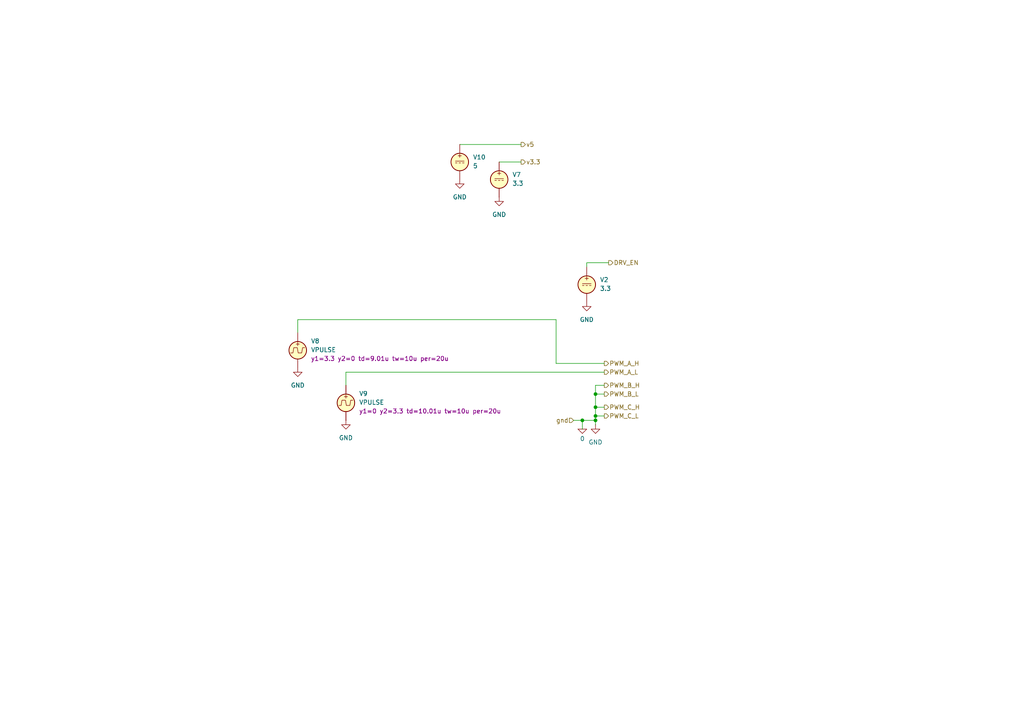
<source format=kicad_sch>
(kicad_sch (version 20250114) (generator "eeschema") (generator_version "9.0")
  (paper "A4")
  (lib_symbols
    (symbol "Simulation_SPICE:0" (power) (pin_numbers (hide yes)) (pin_names (offset 0) (hide yes))
      (property "Value" "0" (at 0 -2.54 0))
      (symbol "0_0_1"
        (polyline (pts (xy -1.27 0) (xy 0 -1.27) (xy 1.27 0) (xy -1.27 0)))
      )
      (symbol "0_1_1"
        (pin power_in line (at 0 0 0) (length 0) (name "~") (number "1"))
      )
    )
    (symbol "Simulation_SPICE:VDC" (pin_numbers (hide yes)) (pin_names (offset 0.0254))
      (property "Reference" "V" (at 2.54 2.54 0))
      (property "Value" "1" (at 2.54 0 0))
      (symbol "VDC_0_0"
        (polyline (pts (xy -1.27 0.254) (xy 1.27 0.254)))
        (polyline (pts (xy -0.762 -0.254) (xy -1.27 -0.254)))
        (polyline (pts (xy 0.254 -0.254) (xy -0.254 -0.254)))
        (polyline (pts (xy 1.27 -0.254) (xy 0.762 -0.254)))
        (text "+" (at 0 1.905 0) (effects (font (size 1.27 1.27))))
      )
      (symbol "VDC_0_1"
        (circle (center 0 0) (radius 2.54) (stroke (width 0.254)) (fill (type background)))
      )
      (symbol "VDC_1_1"
        (pin passive line (at 0 5.08 270) (length 2.54) (name "~") (number "1"))
        (pin passive line (at 0 -5.08 90) (length 2.54) (name "~") (number "2"))
      )
    )
    (symbol "Simulation_SPICE:VPULSE" (pin_numbers (hide yes)) (pin_names (offset 0.0254))
      (property "Reference" "V" (at 2.54 2.54 0))
      (property "Value" "VPULSE" (at 2.54 0 0))
      (property "Sim.Params" "y1=0 y2=1 td=2n tr=2n tf=2n tw=50n per=100n" (at 2.54 -2.54 0))
      (symbol "VPULSE_0_0"
        (polyline (pts (xy -2.032 -0.762) (xy -1.397 -0.762) (xy -1.143 0.762) (xy -0.127 0.762) (xy 0.127 -0.762) (xy 1.143 -0.762) (xy 1.397 0.762) (xy 2.032 0.762)))
        (text "+" (at 0 1.905 0) (effects (font (size 1.27 1.27))))
      )
      (symbol "VPULSE_0_1"
        (circle (center 0 0) (radius 2.54) (stroke (width 0.254)) (fill (type background)))
      )
      (symbol "VPULSE_1_1"
        (pin passive line (at 0 5.08 270) (length 2.54) (name "~") (number "1"))
        (pin passive line (at 0 -5.08 90) (length 2.54) (name "~") (number "2"))
      )
    )
    (symbol "power:GND" (power) (pin_numbers (hide yes)) (pin_names (offset 0) (hide yes))
      (property "Value" "GND" (at 0 -3.81 0))
      (symbol "GND_0_1"
        (polyline (pts (xy 0 0) (xy 0 -1.27) (xy 1.27 -1.27) (xy 0 -2.54) (xy -1.27 -1.27) (xy 0 -1.27)))
      )
      (symbol "GND_1_1"
        (pin power_in line (at 0 0 270) (length 0) (name "~") (number "1"))
      )
    )
  )
  (junction (at 172.72 114.3))
  (junction (at 168.91 121.92))
  (junction (at 172.72 121.92))
  (junction (at 172.72 120.65))
  (junction (at 172.72 118.11))
  (wire (pts (xy 133.35 41.91) (xy 151.13 41.91)))
  (wire (pts (xy 172.72 121.92) (xy 168.91 121.92)))
  (wire (pts (xy 86.36 96.52) (xy 86.36 92.71)))
  (wire (pts (xy 166.37 121.92) (xy 168.91 121.92)))
  (wire (pts (xy 172.72 118.11) (xy 172.72 120.65)))
  (wire (pts (xy 175.26 114.3) (xy 172.72 114.3)))
  (wire (pts (xy 172.72 114.3) (xy 172.72 118.11)))
  (wire (pts (xy 175.26 118.11) (xy 172.72 118.11)))
  (wire (pts (xy 175.26 111.76) (xy 172.72 111.76)))
  (wire (pts (xy 175.26 105.41) (xy 161.29 105.41)))
  (wire (pts (xy 172.72 111.76) (xy 172.72 114.3)))
  (wire (pts (xy 172.72 120.65) (xy 172.72 121.92)))
  (wire (pts (xy 168.91 121.92) (xy 168.91 124.46)))
  (wire (pts (xy 161.29 105.41) (xy 161.29 92.71)))
  (wire (pts (xy 100.33 111.76) (xy 100.33 107.95)))
  (wire (pts (xy 144.78 46.99) (xy 151.13 46.99)))
  (wire (pts (xy 175.26 120.65) (xy 172.72 120.65)))
  (wire (pts (xy 170.18 77.47) (xy 170.18 76.2)))
  (wire (pts (xy 170.18 76.2) (xy 176.53 76.2)))
  (wire (pts (xy 100.33 107.95) (xy 175.26 107.95)))
  (wire (pts (xy 172.72 121.92) (xy 172.72 123.19)))
  (wire (pts (xy 86.36 92.71) (xy 161.29 92.71)))
  (hierarchical_label "PWM_B_L" (shape output) (at 175.26 114.3 0))
  (hierarchical_label "PWM_C_L" (shape output) (at 175.26 120.65 0))
  (hierarchical_label "PWM_B_H" (shape output) (at 175.26 111.76 0))
  (hierarchical_label "PWM_C_H" (shape output) (at 175.26 118.11 0))
  (hierarchical_label "v5" (shape output) (at 151.13 41.91 0))
  (hierarchical_label "gnd" (shape input) (at 166.37 121.92 180))
  (hierarchical_label "DRV_EN" (shape output) (at 176.53 76.2 0))
  (hierarchical_label "PWM_A_L" (shape output) (at 175.26 107.95 0))
  (hierarchical_label "v3.3" (shape output) (at 151.13 46.99 0))
  (hierarchical_label "PWM_A_H" (shape output) (at 175.26 105.41 0))
  (symbol (lib_id "Simulation_SPICE:0") (at 168.91 124.46 0) (unit 1)
    (property "Reference" "#GND04" (effects (hide yes)))
    (property "Value" "0" (at 168.91 127.254 0))
    (property "Datasheet" "https://ngspice.sourceforge.io/docs/ngspice-html-manual/manual.xhtml#subsec_Circuit_elements__device" (effects (hide yes)))
    (property "Description" "0V reference potential for simulation" (effects (hide yes)))
  )
  (symbol (lib_id "power:GND") (at 170.18 87.63 0) (unit 1)
    (property "Reference" "#PWR032" (effects (hide yes)))
    (property "Value" "GND" (at 170.18 92.71 0))
    (property "Description" "Power symbol creates a global label with name \"GND\" , ground" (effects (hide yes)))
  )
  (symbol (lib_id "Simulation_SPICE:VPULSE") (at 100.33 116.84 0) (unit 1)
    (property "Reference" "V9" (at 104.14 114.1701 0) (effects (justify left)))
    (property "Value" "VPULSE" (at 104.14 116.7101 0) (effects (justify left)))
    (property "Datasheet" "https://ngspice.sourceforge.io/docs/ngspice-html-manual/manual.xhtml#sec_Independent_Sources_for" (effects (hide yes)))
    (property "Description" "Voltage source, pulse" (effects (hide yes)))
    (property "Sim.Pins" "1=+ 2=-" (effects (hide yes)))
    (property "Sim.Type" "PULSE" (effects (hide yes)))
    (property "Sim.Device" "V" (effects (hide yes)))
    (property "Sim.Params" "y1=0 y2=3.3 td=10.01u tw=10u per=20u" (at 104.14 119.2501 0) (effects (justify left)))
  )
  (symbol (lib_id "Simulation_SPICE:VDC") (at 133.35 46.99 0) (unit 1)
    (property "Reference" "V10" (at 137.16 45.5901 0) (effects (justify left)))
    (property "Value" "5" (at 137.16 48.1301 0) (effects (justify left)))
    (property "Datasheet" "https://ngspice.sourceforge.io/docs/ngspice-html-manual/manual.xhtml#sec_Independent_Sources_for" (effects (hide yes)))
    (property "Description" "Voltage source, DC" (effects (hide yes)))
    (property "Sim.Pins" "1=+ 2=-" (effects (hide yes)))
    (property "Sim.Type" "DC" (effects (hide yes)))
    (property "Sim.Device" "V" (effects (hide yes)))
  )
  (symbol (lib_id "power:GND") (at 86.36 106.68 0) (unit 1)
    (property "Reference" "#PWR031" (effects (hide yes)))
    (property "Value" "GND" (at 86.36 111.76 0))
    (property "Description" "Power symbol creates a global label with name \"GND\" , ground" (effects (hide yes)))
  )
  (symbol (lib_id "power:GND") (at 100.33 121.92 0) (unit 1)
    (property "Reference" "#PWR030" (effects (hide yes)))
    (property "Value" "GND" (at 100.33 127 0))
    (property "Description" "Power symbol creates a global label with name \"GND\" , ground" (effects (hide yes)))
  )
  (symbol (lib_id "power:GND") (at 133.35 52.07 0) (unit 1)
    (property "Reference" "#PWR036" (effects (hide yes)))
    (property "Value" "GND" (at 133.35 57.15 0))
    (property "Description" "Power symbol creates a global label with name \"GND\" , ground" (effects (hide yes)))
  )
  (symbol (lib_id "Simulation_SPICE:VDC") (at 170.18 82.55 0) (unit 1)
    (property "Reference" "V2" (at 173.99 81.1501 0) (effects (justify left)))
    (property "Value" "3.3" (at 173.99 83.6901 0) (effects (justify left)))
    (property "Datasheet" "https://ngspice.sourceforge.io/docs/ngspice-html-manual/manual.xhtml#sec_Independent_Sources_for" (effects (hide yes)))
    (property "Description" "Voltage source, DC" (effects (hide yes)))
    (property "Sim.Pins" "1=+ 2=-" (effects (hide yes)))
    (property "Sim.Type" "DC" (effects (hide yes)))
    (property "Sim.Device" "V" (effects (hide yes)))
  )
  (symbol (lib_id "Simulation_SPICE:VPULSE") (at 86.36 101.6 0) (unit 1)
    (property "Reference" "V8" (at 90.17 98.9301 0) (effects (justify left)))
    (property "Value" "VPULSE" (at 90.17 101.4701 0) (effects (justify left)))
    (property "Datasheet" "https://ngspice.sourceforge.io/docs/ngspice-html-manual/manual.xhtml#sec_Independent_Sources_for" (effects (hide yes)))
    (property "Description" "Voltage source, pulse" (effects (hide yes)))
    (property "Sim.Pins" "1=+ 2=-" (effects (hide yes)))
    (property "Sim.Type" "PULSE" (effects (hide yes)))
    (property "Sim.Device" "V" (effects (hide yes)))
    (property "Sim.Params" "y1=3.3 y2=0 td=9.01u tw=10u per=20u" (at 90.17 104.0101 0) (effects (justify left)))
  )
  (symbol (lib_id "Simulation_SPICE:VDC") (at 144.78 52.07 0) (unit 1)
    (property "Reference" "V7" (at 148.59 50.6701 0) (effects (justify left)))
    (property "Value" "3.3" (at 148.59 53.2101 0) (effects (justify left)))
    (property "Datasheet" "https://ngspice.sourceforge.io/docs/ngspice-html-manual/manual.xhtml#sec_Independent_Sources_for" (effects (hide yes)))
    (property "Description" "Voltage source, DC" (effects (hide yes)))
    (property "Sim.Pins" "1=+ 2=-" (effects (hide yes)))
    (property "Sim.Type" "DC" (effects (hide yes)))
    (property "Sim.Device" "V" (effects (hide yes)))
  )
  (symbol (lib_id "power:GND") (at 172.72 123.19 0) (unit 1)
    (property "Reference" "#PWR029" (effects (hide yes)))
    (property "Value" "GND" (at 172.72 128.27 0))
    (property "Description" "Power symbol creates a global label with name \"GND\" , ground" (effects (hide yes)))
  )
  (symbol (lib_id "power:GND") (at 144.78 57.15 0) (unit 1)
    (property "Reference" "#PWR035" (effects (hide yes)))
    (property "Value" "GND" (at 144.78 62.23 0))
    (property "Description" "Power symbol creates a global label with name \"GND\" , ground" (effects (hide yes)))
  )
)
</source>
